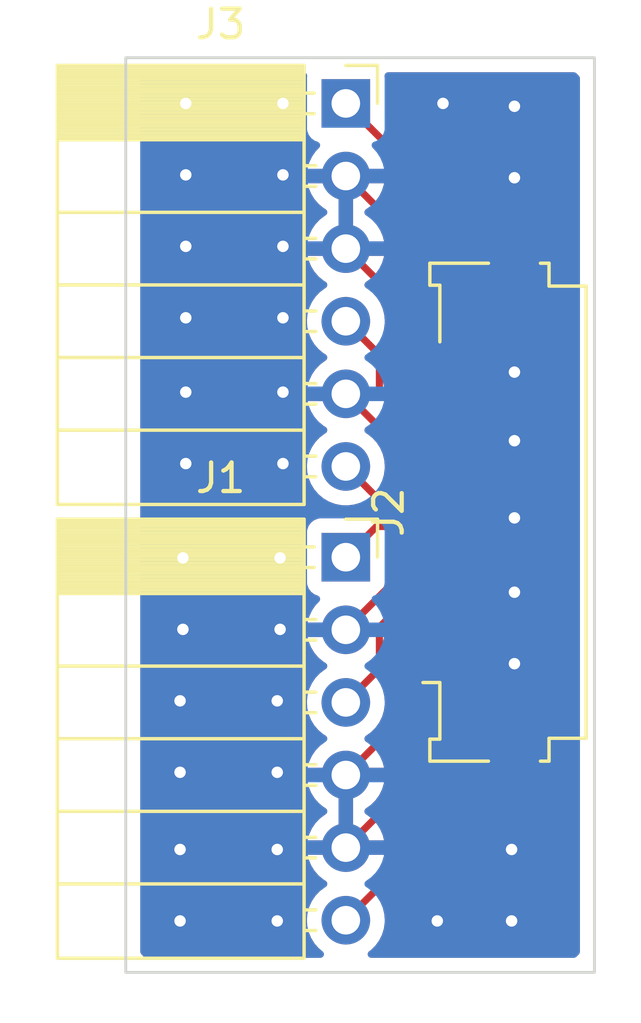
<source format=kicad_pcb>
(kicad_pcb (version 20211014) (generator pcbnew)
  (layers (0 "F.Cu" signal) (31 "B.Cu" signal) (34 "B.Paste" user) (35 "F.Paste" user) (36 "B.SilkS" user "B.Silkscreen") (37 "F.SilkS" user "F.Silkscreen") (38 "B.Mask" user) (39 "F.Mask" user) (44 "Edge.Cuts" user))
  (net 0 "")
  (net 1 "Net-(J2-Pad12)")
  (net 2 "Net-(J1-Pad1)")
  (net 3 "/GND")
  (net 4 "Net-(J2-Pad9)")
  (net 5 "Net-(J1-Pad3)")
  (net 6 "Net-(J2-Pad7)")
  (net 7 "Net-(J1-Pad6)")
  (footprint "Connector_PinSocket_2.54mm:PinSocket_1x06_P2.54mm_Horizontal" (layer "F.Cu") (at 106.7 60.8)
    (fp_text reference "J3" (at -4.38 -2.77) (layer "F.SilkS"))
    (fp_text value "Conn_01x06_Female")
    (fp_line (start -1.46 13.06) (end -1.05 13.06) (layer "F.SilkS") (width 0.12))
    (fp_line (start -1.46 4.72) (end -1.05 4.72) (layer "F.SilkS") (width 0.12))
    (fp_line (start -10.09 3.81) (end -1.46 3.81) (layer "F.SilkS") (width 0.12))
    (fp_line (start -10.09 -0.855715) (end -1.46 -0.855715) (layer "F.SilkS") (width 0.12))
    (fp_line (start -1.46 9.8) (end -1.05 9.8) (layer "F.SilkS") (width 0.12))
    (fp_line (start -1.46 -0.36) (end -1.11 -0.36) (layer "F.SilkS") (width 0.12))
    (fp_line (start -10.09 -0.383335) (end -1.46 -0.383335) (layer "F.SilkS") (width 0.12))
    (fp_line (start 1.11 -1.33) (end 1.11 0) (layer "F.SilkS") (width 0.12))
    (fp_line (start -10.09 -0.50143) (end -1.46 -0.50143) (layer "F.SilkS") (width 0.12))
    (fp_line (start -10.09 1.033805) (end -1.46 1.033805) (layer "F.SilkS") (width 0.12))
    (fp_line (start -10.09 0.561425) (end -1.46 0.561425) (layer "F.SilkS") (width 0.12))
    (fp_line (start -1.46 0.36) (end -1.11 0.36) (layer "F.SilkS") (width 0.12))
    (fp_line (start -1.46 2.18) (end -1.05 2.18) (layer "F.SilkS") (width 0.12))
    (fp_line (start -10.09 0.44333) (end -1.46 0.44333) (layer "F.SilkS") (width 0.12))
    (fp_line (start -10.09 0.67952) (end -1.46 0.67952) (layer "F.SilkS") (width 0.12))
    (fp_line (start -10.09 0.797615) (end -1.46 0.797615) (layer "F.SilkS") (width 0.12))
    (fp_line (start -10.09 -1.33) (end -1.46 -1.33) (layer "F.SilkS") (width 0.12))
    (fp_line (start -10.09 8.89) (end -1.46 8.89) (layer "F.SilkS") (width 0.12))
    (fp_line (start -10.09 -1.091905) (end -1.46 -1.091905) (layer "F.SilkS") (width 0.12))
    (fp_line (start -10.09 1.27) (end -1.46 1.27) (layer "F.SilkS") (width 0.12))
    (fp_line (start -10.09 -1.21) (end -1.46 -1.21) (layer "F.SilkS") (width 0.12))
    (fp_line (start -10.09 -1.33) (end -10.09 14.03) (layer "F.SilkS") (width 0.12))
    (fp_line (start -10.09 -0.619525) (end -1.46 -0.619525) (layer "F.SilkS") (width 0.12))
    (fp_line (start -10.09 -0.147145) (end -1.46 -0.147145) (layer "F.SilkS") (width 0.12))
    (fp_line (start -10.09 0.325235) (end -1.46 0.325235) (layer "F.SilkS") (width 0.12))
    (fp_line (start -1.46 5.44) (end -1.05 5.44) (layer "F.SilkS") (width 0.12))
    (fp_line (start -10.09 0.91571) (end -1.46 0.91571) (layer "F.SilkS") (width 0.12))
    (fp_line (start -1.46 12.34) (end -1.05 12.34) (layer "F.SilkS") (width 0.12))
    (fp_line (start -1.46 7.98) (end -1.05 7.98) (layer "F.SilkS") (width 0.12))
    (fp_line (start -1.46 7.26) (end -1.05 7.26) (layer "F.SilkS") (width 0.12))
    (fp_line (start -10.09 6.35) (end -1.46 6.35) (layer "F.SilkS") (width 0.12))
    (fp_line (start -10.09 -0.97381) (end -1.46 -0.97381) (layer "F.SilkS") (width 0.12))
    (fp_line (start -10.09 1.1519) (end -1.46 1.1519) (layer "F.SilkS") (width 0.12))
    (fp_line (start -10.09 -0.26524) (end -1.46 -0.26524) (layer "F.SilkS") (width 0.12))
    (fp_line (start 0 -1.33) (end 1.11 -1.33) (layer "F.SilkS") (width 0.12))
    (fp_line (start -1.46 -1.33) (end -1.46 14.03) (layer "F.SilkS") (width 0.12))
    (fp_line (start -1.46 2.9) (end -1.05 2.9) (layer "F.SilkS") (width 0.12))
    (fp_line (start -1.46 10.52) (end -1.05 10.52) (layer "F.SilkS") (width 0.12))
    (fp_line (start -10.09 11.43) (end -1.46 11.43) (layer "F.SilkS") (width 0.12))
    (fp_line (start -10.09 -0.73762) (end -1.46 -0.73762) (layer "F.SilkS") (width 0.12))
    (fp_line (start -10.09 0.089045) (end -1.46 0.089045) (layer "F.SilkS") (width 0.12))
    (fp_line (start -10.09 14.03) (end -1.46 14.03) (layer "F.SilkS") (width 0.12))
    (fp_line (start -10.09 0.20714) (end -1.46 0.20714) (layer "F.SilkS") (width 0.12))
    (fp_line (start -10.09 -0.02905) (end -1.46 -0.02905) (layer "F.SilkS") (width 0.12))
    (pad "1" thru_hole rect (at 0 0) (size 1.7 1.7) (drill 1) (layers *.Cu *.Mask) (net 1 "Net-(J2-Pad12)"))
    (pad "2" thru_hole oval (at 0 2.54) (size 1.7 1.7) (drill 1) (layers *.Cu *.Mask) (net 3 "/GND"))
    (pad "3" thru_hole oval (at 0 5.08) (size 1.7 1.7) (drill 1) (layers *.Cu *.Mask) (net 3 "/GND"))
    (pad "4" thru_hole oval (at 0 7.62) (size 1.7 1.7) (drill 1) (layers *.Cu *.Mask) (net 4 "Net-(J2-Pad9)"))
    (pad "5" thru_hole oval (at 0 10.16) (size 1.7 1.7) (drill 1) (layers *.Cu *.Mask) (net 3 "/GND"))
    (pad "6" thru_hole oval (at 0 12.7) (size 1.7 1.7) (drill 1) (layers *.Cu *.Mask) (net 6 "Net-(J2-Pad7)"))
  )
  (footprint "Connector_PinSocket_2.54mm:PinSocket_1x06_P2.54mm_Horizontal" (layer "F.Cu") (at 106.7 76.675)
    (fp_text reference "J1" (at -4.38 -2.77) (layer "F.SilkS"))
    (fp_text value "Conn_01x06_Female")
    (fp_line (start -10.09 1.27) (end -1.46 1.27) (layer "F.SilkS") (width 0.12))
    (fp_line (start -10.09 1.033805) (end -1.46 1.033805) (layer "F.SilkS") (width 0.12))
    (fp_line (start -10.09 1.1519) (end -1.46 1.1519) (layer "F.SilkS") (width 0.12))
    (fp_line (start -1.46 5.44) (end -1.05 5.44) (layer "F.SilkS") (width 0.12))
    (fp_line (start -10.09 -0.97381) (end -1.46 -0.97381) (layer "F.SilkS") (width 0.12))
    (fp_line (start -10.09 -1.33) (end -1.46 -1.33) (layer "F.SilkS") (width 0.12))
    (fp_line (start -10.09 -0.50143) (end -1.46 -0.50143) (layer "F.SilkS") (width 0.12))
    (fp_line (start -1.46 7.98) (end -1.05 7.98) (layer "F.SilkS") (width 0.12))
    (fp_line (start -10.09 0.561425) (end -1.46 0.561425) (layer "F.SilkS") (width 0.12))
    (fp_line (start -10.09 -0.26524) (end -1.46 -0.26524) (layer "F.SilkS") (width 0.12))
    (fp_line (start -1.46 9.8) (end -1.05 9.8) (layer "F.SilkS") (width 0.12))
    (fp_line (start -10.09 3.81) (end -1.46 3.81) (layer "F.SilkS") (width 0.12))
    (fp_line (start -10.09 -0.383335) (end -1.46 -0.383335) (layer "F.SilkS") (width 0.12))
    (fp_line (start -1.46 0.36) (end -1.11 0.36) (layer "F.SilkS") (width 0.12))
    (fp_line (start -10.09 -1.21) (end -1.46 -1.21) (layer "F.SilkS") (width 0.12))
    (fp_line (start -10.09 -0.02905) (end -1.46 -0.02905) (layer "F.SilkS") (width 0.12))
    (fp_line (start -10.09 0.91571) (end -1.46 0.91571) (layer "F.SilkS") (width 0.12))
    (fp_line (start -1.46 2.18) (end -1.05 2.18) (layer "F.SilkS") (width 0.12))
    (fp_line (start -10.09 0.797615) (end -1.46 0.797615) (layer "F.SilkS") (width 0.12))
    (fp_line (start -1.46 10.52) (end -1.05 10.52) (layer "F.SilkS") (width 0.12))
    (fp_line (start -10.09 -0.855715) (end -1.46 -0.855715) (layer "F.SilkS") (width 0.12))
    (fp_line (start -10.09 0.67952) (end -1.46 0.67952) (layer "F.SilkS") (width 0.12))
    (fp_line (start -10.09 11.43) (end -1.46 11.43) (layer "F.SilkS") (width 0.12))
    (fp_line (start -10.09 -0.147145) (end -1.46 -0.147145) (layer "F.SilkS") (width 0.12))
    (fp_line (start -10.09 0.44333) (end -1.46 0.44333) (layer "F.SilkS") (width 0.12))
    (fp_line (start -10.09 0.325235) (end -1.46 0.325235) (layer "F.SilkS") (width 0.12))
    (fp_line (start -10.09 -0.619525) (end -1.46 -0.619525) (layer "F.SilkS") (width 0.12))
    (fp_line (start -1.46 4.72) (end -1.05 4.72) (layer "F.SilkS") (width 0.12))
    (fp_line (start -10.09 -0.73762) (end -1.46 -0.73762) (layer "F.SilkS") (width 0.12))
    (fp_line (start 1.11 -1.33) (end 1.11 0) (layer "F.SilkS") (width 0.12))
    (fp_line (start -10.09 14.03) (end -1.46 14.03) (layer "F.SilkS") (width 0.12))
    (fp_line (start -1.46 13.06) (end -1.05 13.06) (layer "F.SilkS") (width 0.12))
    (fp_line (start -10.09 -1.091905) (end -1.46 -1.091905) (layer "F.SilkS") (width 0.12))
    (fp_line (start -1.46 -0.36) (end -1.11 -0.36) (layer "F.SilkS") (width 0.12))
    (fp_line (start -1.46 2.9) (end -1.05 2.9) (layer "F.SilkS") (width 0.12))
    (fp_line (start 0 -1.33) (end 1.11 -1.33) (layer "F.SilkS") (width 0.12))
    (fp_line (start -10.09 -1.33) (end -10.09 14.03) (layer "F.SilkS") (width 0.12))
    (fp_line (start -10.09 0.089045) (end -1.46 0.089045) (layer "F.SilkS") (width 0.12))
    (fp_line (start -10.09 8.89) (end -1.46 8.89) (layer "F.SilkS") (width 0.12))
    (fp_line (start -10.09 0.20714) (end -1.46 0.20714) (layer "F.SilkS") (width 0.12))
    (fp_line (start -1.46 -1.33) (end -1.46 14.03) (layer "F.SilkS") (width 0.12))
    (fp_line (start -1.46 12.34) (end -1.05 12.34) (layer "F.SilkS") (width 0.12))
    (fp_line (start -1.46 7.26) (end -1.05 7.26) (layer "F.SilkS") (width 0.12))
    (fp_line (start -10.09 6.35) (end -1.46 6.35) (layer "F.SilkS") (width 0.12))
    (pad "1" thru_hole rect (at 0 0) (size 1.7 1.7) (drill 1) (layers *.Cu *.Mask) (net 2 "Net-(J1-Pad1)"))
    (pad "2" thru_hole oval (at 0 2.54) (size 1.7 1.7) (drill 1) (layers *.Cu *.Mask) (net 3 "/GND"))
    (pad "3" thru_hole oval (at 0 5.08) (size 1.7 1.7) (drill 1) (layers *.Cu *.Mask) (net 5 "Net-(J1-Pad3)"))
    (pad "4" thru_hole oval (at 0 7.62) (size 1.7 1.7) (drill 1) (layers *.Cu *.Mask) (net 3 "/GND"))
    (pad "5" thru_hole oval (at 0 10.16) (size 1.7 1.7) (drill 1) (layers *.Cu *.Mask) (net 3 "/GND"))
    (pad "6" thru_hole oval (at 0 12.7) (size 1.7 1.7) (drill 1) (layers *.Cu *.Mask) (net 7 "Net-(J1-Pad6)"))
  )
  (footprint "Connector_FFC-FPC:Molex_200528-0120_1x12-1MP_P1.00mm_Horizontal" (layer "F.Cu") (at 110.81 75.1 90)
    (fp_text reference "J2" (at 0 -2.61 90) (layer "F.SilkS"))
    (fp_text value "Conn_01x12_Female")
    (fp_line (start 8.71 3) (end 8.71 2.7) (layer "F.SilkS") (width 0.12))
    (fp_line (start -8.71 3) (end -7.91 3) (layer "F.SilkS") (width 0.12))
    (fp_line (start -7.94 -1.17) (end -8.71 -1.17) (layer "F.SilkS") (width 0.12))
    (fp_line (start 7.94 -0.82) (end 5.96 -0.82) (layer "F.SilkS") (width 0.12))
    (fp_line (start 7.91 4.3) (end 7.91 3) (layer "F.SilkS") (width 0.12))
    (fp_line (start -8.71 -1.17) (end -8.71 0.88) (layer "F.SilkS") (width 0.12))
    (fp_line (start -7.91 4.3) (end 7.91 4.3) (layer "F.SilkS") (width 0.12))
    (fp_line (start -5.96 -1.41) (end -5.96 -0.82) (layer "F.SilkS") (width 0.12))
    (fp_line (start -8.71 2.7) (end -8.71 3) (layer "F.SilkS") (width 0.12))
    (fp_line (start -5.96 -0.82) (end -7.94 -0.82) (layer "F.SilkS") (width 0.12))
    (fp_line (start 7.91 3) (end 8.71 3) (layer "F.SilkS") (width 0.12))
    (fp_line (start 7.94 -1.17) (end 7.94 -0.82) (layer "F.SilkS") (width 0.12))
    (fp_line (start 8.71 -1.17) (end 7.94 -1.17) (layer "F.SilkS") (width 0.12))
    (fp_line (start -7.91 3) (end -7.91 4.3) (layer "F.SilkS") (width 0.12))
    (fp_line (start -7.94 -0.82) (end -7.94 -1.17) (layer "F.SilkS") (width 0.12))
    (fp_line (start 8.71 0.88) (end 8.71 -1.17) (layer "F.SilkS") (width 0.12))
    (pad "1" smd rect (at -5.5 -0.91 90) (size 0.4 1) (layers "F.Cu" "F.Paste" "F.Mask") (net 7 "Net-(J1-Pad6)"))
    (pad "2" smd rect (at -4.5 -0.91 90) (size 0.4 1) (layers "F.Cu" "F.Paste" "F.Mask") (net 3 "/GND"))
    (pad "3" smd rect (at -3.5 -0.91 90) (size 0.4 1) (layers "F.Cu" "F.Paste" "F.Mask") (net 3 "/GND"))
    (pad "4" smd rect (at -2.5 -0.91 90) (size 0.4 1) (layers "F.Cu" "F.Paste" "F.Mask") (net 5 "Net-(J1-Pad3)"))
    (pad "5" smd rect (at -1.5 -0.91 90) (size 0.4 1) (layers "F.Cu" "F.Paste" "F.Mask") (net 3 "/GND"))
    (pad "6" smd rect (at -0.5 -0.91 90) (size 0.4 1) (layers "F.Cu" "F.Paste" "F.Mask") (net 2 "Net-(J1-Pad1)"))
    (pad "7" smd rect (at 0.5 -0.91 90) (size 0.4 1) (layers "F.Cu" "F.Paste" "F.Mask") (net 6 "Net-(J2-Pad7)"))
    (pad "8" smd rect (at 1.5 -0.91 90) (size 0.4 1) (layers "F.Cu" "F.Paste" "F.Mask") (net 3 "/GND"))
    (pad "9" smd rect (at 2.5 -0.91 90) (size 0.4 1) (layers "F.Cu" "F.Paste" "F.Mask") (net 4 "Net-(J2-Pad9)"))
    (pad "10" smd rect (at 3.5 -0.91 90) (size 0.4 1) (layers "F.Cu" "F.Paste" "F.Mask") (net 3 "/GND"))
    (pad "11" smd rect (at 4.5 -0.91 90) (size 0.4 1) (layers "F.Cu" "F.Paste" "F.Mask") (net 3 "/GND"))
    (pad "12" smd rect (at 5.5 -0.91 90) (size 0.4 1) (layers "F.Cu" "F.Paste" "F.Mask") (net 1 "Net-(J2-Pad12)"))
    (pad "MP" smd rect (at -8.3 1.79 90) (size 2 1.3) (layers "F.Cu" "F.Paste" "F.Mask") (net 3 "/GND"))
    (pad "MP" smd rect (at 8.3 1.79 90) (size 2 1.3) (layers "F.Cu" "F.Paste" "F.Mask") (net 3 "/GND"))
  )
  (gr_rect (start 99 59.2) (end 115.4 91.2) (layer "Edge.Cuts") (width 0.1) (fill none))
  (segment (start 109.9 69.6) (end 109.9 64) (width 0.25) (layer "F.Cu") (net 1))
  (segment (start 109.9 64) (end 106.7 60.8) (width 0.25) (layer "F.Cu") (net 1))
  (segment (start 107.775 75.6) (end 109.9 75.6) (width 0.25) (layer "F.Cu") (net 2))
  (segment (start 106.7 76.675) (end 107.775 75.6) (width 0.25) (layer "F.Cu") (net 2))
  (segment (start 106.7 79.215) (end 109.315 76.6) (width 0.25) (layer "F.Cu") (net 3))
  (segment (start 108.773551 80.2) (end 108.773551 84.761449) (width 0.25) (layer "F.Cu") (net 3))
  (segment (start 109.373551 79.6) (end 108.773551 80.2) (width 0.25) (layer "F.Cu") (net 3))
  (segment (start 109.9 70.6) (end 109.6 70.6) (width 0.25) (layer "F.Cu") (net 3))
  (segment (start 109.9 79.6) (end 109.373551 79.6) (width 0.25) (layer "F.Cu") (net 3))
  (segment (start 108.324031 70.324031) (end 108.324031 67.504031) (width 0.25) (layer "F.Cu") (net 3))
  (segment (start 109.9 78.6) (end 109.224031 78.6) (width 0.25) (layer "F.Cu") (net 3))
  (segment (start 108.773551 69.773551) (end 108.773551 65.413551) (width 0.25) (layer "F.Cu") (net 3))
  (segment (start 108.773551 84.761449) (end 106.7 86.835) (width 0.25) (layer "F.Cu") (net 3))
  (segment (start 108.324031 82.670969) (end 106.7 84.295) (width 0.25) (layer "F.Cu") (net 3))
  (segment (start 109.34 73.6) (end 109.9 73.6) (width 0.25) (layer "F.Cu") (net 3))
  (segment (start 108.324031 79.5) (end 108.324031 82.670969) (width 0.25) (layer "F.Cu") (net 3))
  (segment (start 109.315 76.6) (end 109.9 76.6) (width 0.25) (layer "F.Cu") (net 3))
  (segment (start 109.6 70.6) (end 108.773551 69.773551) (width 0.25) (layer "F.Cu") (net 3))
  (segment (start 108.773551 65.413551) (end 106.7 63.34) (width 0.25) (layer "F.Cu") (net 3))
  (segment (start 109.6 71.6) (end 108.324031 70.324031) (width 0.25) (layer "F.Cu") (net 3))
  (segment (start 109.9 71.6) (end 109.6 71.6) (width 0.25) (layer "F.Cu") (net 3))
  (segment (start 108.324031 67.504031) (end 106.7 65.88) (width 0.25) (layer "F.Cu") (net 3))
  (segment (start 106.7 70.96) (end 109.34 73.6) (width 0.25) (layer "F.Cu") (net 3))
  (segment (start 109.224031 78.6) (end 108.324031 79.5) (width 0.25) (layer "F.Cu") (net 3))
  (via (at 112.6 72.6) (size 0.8) (drill 0.4) (layers "F.Cu" "B.Cu") (net 3))
  (via (at 101.1 65.8) (size 0.8) (drill 0.4) (layers "F.Cu" "B.Cu") (net 3))
  (via (at 104.3 86.9) (size 0.8) (drill 0.4) (layers "F.Cu" "B.Cu") (net 3))
  (via (at 112.6 80.4) (size 0.8) (drill 0.4) (layers "F.Cu" "B.Cu") (net 3))
  (via (at 104.3 81.7) (size 0.8) (drill 0.4) (layers "F.Cu" "B.Cu") (net 3))
  (via (at 110.1 60.8) (size 0.8) (drill 0.4) (layers "F.Cu" "B.Cu") (net 3))
  (via (at 104.5 70.9) (size 0.8) (drill 0.4) (layers "F.Cu" "B.Cu") (net 3))
  (via (at 112.5 89.4) (size 0.8) (drill 0.4) (layers "F.Cu" "B.Cu") (net 3))
  (via (at 101.1 63.3) (size 0.8) (drill 0.4) (layers "F.Cu" "B.Cu") (net 3))
  (via (at 101 79.2) (size 0.8) (drill 0.4) (layers "F.Cu" "B.Cu") (net 3))
  (via (at 112.6 75.3) (size 0.8) (drill 0.4) (layers "F.Cu" "B.Cu") (net 3))
  (via (at 112.6 63.4) (size 0.8) (drill 0.4) (layers "F.Cu" "B.Cu") (net 3))
  (via (at 104.5 73.4) (size 0.8) (drill 0.4) (layers "F.Cu" "B.Cu") (net 3))
  (via (at 101.1 60.8) (size 0.8) (drill 0.4) (layers "F.Cu" "B.Cu") (net 3))
  (via (at 104.5 63.3) (size 0.8) (drill 0.4) (layers "F.Cu" "B.Cu") (net 3))
  (via (at 112.5 86.9) (size 0.8) (drill 0.4) (layers "F.Cu" "B.Cu") (net 3))
  (via (at 112.6 70.2) (size 0.8) (drill 0.4) (layers "F.Cu" "B.Cu") (net 3))
  (via (at 101.1 70.9) (size 0.8) (drill 0.4) (layers "F.Cu" "B.Cu") (net 3))
  (via (at 101 76.7) (size 0.8) (drill 0.4) (layers "F.Cu" "B.Cu") (net 3))
  (via (at 101.1 73.4) (size 0.8) (drill 0.4) (layers "F.Cu" "B.Cu") (net 3))
  (via (at 112.6 60.9) (size 0.8) (drill 0.4) (layers "F.Cu" "B.Cu") (net 3))
  (via (at 104.5 68.3) (size 0.8) (drill 0.4) (layers "F.Cu" "B.Cu") (net 3))
  (via (at 104.3 89.4) (size 0.8) (drill 0.4) (layers "F.Cu" "B.Cu") (net 3))
  (via (at 100.9 86.9) (size 0.8) (drill 0.4) (layers "F.Cu" "B.Cu") (net 3))
  (via (at 100.9 84.2) (size 0.8) (drill 0.4) (layers "F.Cu" "B.Cu") (net 3))
  (via (at 104.3 84.2) (size 0.8) (drill 0.4) (layers "F.Cu" "B.Cu") (net 3))
  (via (at 101.1 68.3) (size 0.8) (drill 0.4) (layers "F.Cu" "B.Cu") (net 3))
  (via (at 100.9 89.4) (size 0.8) (drill 0.4) (layers "F.Cu" "B.Cu") (net 3))
  (via (at 104.4 79.2) (size 0.8) (drill 0.4) (layers "F.Cu" "B.Cu") (net 3))
  (via (at 104.4 76.7) (size 0.8) (drill 0.4) (layers "F.Cu" "B.Cu") (net 3))
  (via (at 104.5 60.8) (size 0.8) (drill 0.4) (layers "F.Cu" "B.Cu") (net 3))
  (via (at 104.5 65.8) (size 0.8) (drill 0.4) (layers "F.Cu" "B.Cu") (net 3))
  (via (at 100.9 81.7) (size 0.8) (drill 0.4) (layers "F.Cu" "B.Cu") (net 3))
  (via (at 112.6 77.9) (size 0.8) (drill 0.4) (layers "F.Cu" "B.Cu") (net 3))
  (via (at 109.9 89.4) (size 0.8) (drill 0.4) (layers "F.Cu" "B.Cu") (net 3))
  (segment (start 107.874511 70.874511) (end 107.874511 69.594511) (width 0.25) (layer "F.Cu") (net 4))
  (segment (start 107.874511 69.594511) (end 106.7 68.42) (width 0.25) (layer "F.Cu") (net 4))
  (segment (start 109.9 72.6) (end 109.6 72.6) (width 0.25) (layer "F.Cu") (net 4))
  (segment (start 109.6 72.6) (end 107.874511 70.874511) (width 0.25) (layer "F.Cu") (net 4))
  (segment (start 107.874511 79.125489) (end 109.4 77.6) (width 0.25) (layer "F.Cu") (net 5))
  (segment (start 106.7 81.755) (end 107.874511 80.580489) (width 0.25) (layer "F.Cu") (net 5))
  (segment (start 109.4 77.6) (end 109.9 77.6) (width 0.25) (layer "F.Cu") (net 5))
  (segment (start 107.874511 80.580489) (end 107.874511 79.125489) (width 0.25) (layer "F.Cu") (net 5))
  (segment (start 106.7 73.5) (end 107.8 74.6) (width 0.25) (layer "F.Cu") (net 6))
  (segment (start 107.8 74.6) (end 109.9 74.6) (width 0.25) (layer "F.Cu") (net 6))
  (segment (start 109.9 86.175) (end 106.7 89.375) (width 0.25) (layer "F.Cu") (net 7))
  (segment (start 109.9 80.6) (end 109.9 86.175) (width 0.25) (layer "F.Cu") (net 7))
  (zone (net 3) (net_name "/GND") (layers F&B.Cu) (connect_pads (clearance 0.508)) (min_thickness 0.254) (fill yes (thermal_gap 0.508) (thermal_bridge_width 0.508) (smoothing fillet) (radius 2))
    (polygon (pts (xy 115.8 91.6) (xy 98.5 91.6) (xy 98.5 58.7) (xy 115.8 58.7)))
  )
)
</source>
